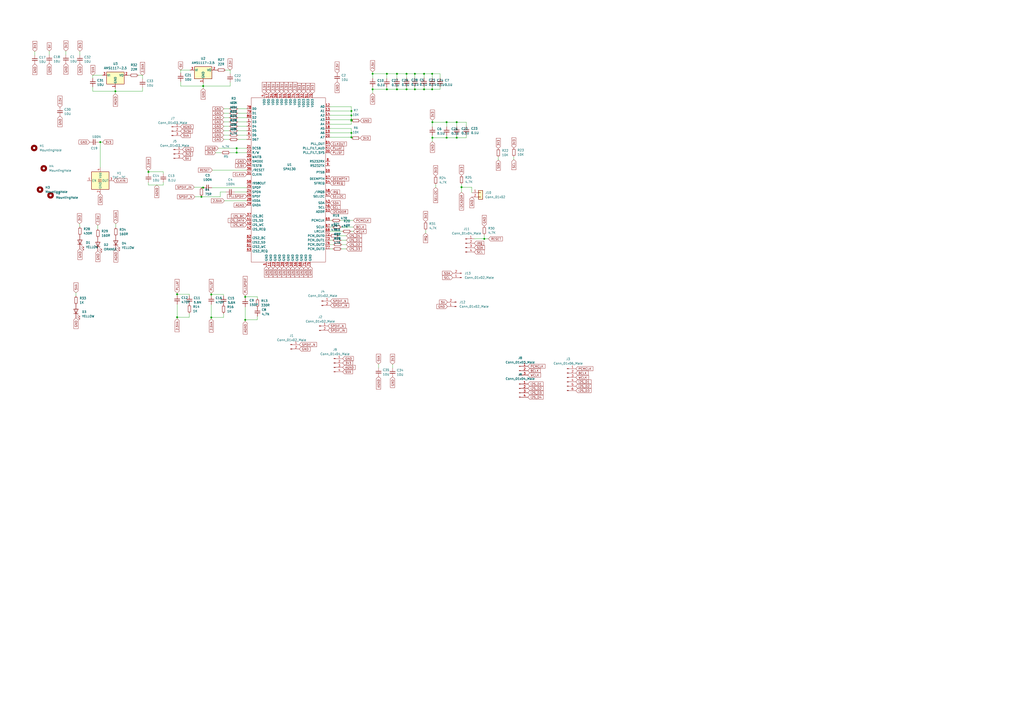
<source format=kicad_sch>
(kicad_sch (version 20230121) (generator eeschema)
  (paper "A2")
  (junction (at 116.84 114.173))
  (junction (at 137.287 88.519))
  (junction (at 259.08 70.866))
  (junction (at 245.999 51.816))
  (junction (at 235.839 42.799))
  (junction (at 250.698 42.799))
  (junction (at 142.24 185.547))
  (junction (at 122.555 170.815))
  (junction (at 267.716 108.585))
  (junction (at 240.665 42.799))
  (junction (at 245.999 42.799))
  (junction (at 216.154 42.799))
  (junction (at 250.825 70.866))
  (junction (at 86.106 99.695))
  (junction (at 203.835 77.089))
  (junction (at 102.743 170.688))
  (junction (at 224.409 51.816))
  (junction (at 250.825 79.883))
  (junction (at 122.555 184.15))
  (junction (at 259.08 79.883))
  (junction (at 216.154 51.816))
  (junction (at 66.929 52.959))
  (junction (at 203.835 79.629))
  (junction (at 230.251 42.799))
  (junction (at 58.166 82.423))
  (junction (at 235.839 51.816))
  (junction (at 137.287 85.979))
  (junction (at 264.922 70.866))
  (junction (at 203.835 64.389))
  (junction (at 280.924 138.557))
  (junction (at 102.743 184.023))
  (junction (at 264.922 79.883))
  (junction (at 240.665 51.816))
  (junction (at 117.856 49.911))
  (junction (at 203.835 69.469))
  (junction (at 203.835 66.929))
  (junction (at 117.856 108.839))
  (junction (at 203.835 69.977))
  (junction (at 224.409 42.799))
  (junction (at 142.24 172.212))
  (junction (at 230.251 51.816))
  (junction (at 250.698 51.816))
  (wire (pts (xy 298.069 90.932) (xy 298.069 92.583)))
  (wire (pts (xy 245.999 51.816) (xy 250.698 51.816)))
  (wire (pts (xy 142.24 185.547) (xy 142.24 186.436)))
  (wire (pts (xy 122.555 170.815) (xy 122.555 171.577)))
  (wire (pts (xy 20.193 32.004) (xy 20.193 29.845)))
  (wire (pts (xy 74.549 43.688) (xy 75.184 43.688)))
  (wire (pts (xy 216.154 42.799) (xy 216.154 45.466)))
  (wire (pts (xy 203.835 79.629) (xy 203.835 80.137)))
  (wire (pts (xy 109.855 171.577) (xy 109.855 170.688)))
  (wire (pts (xy 245.999 50.292) (xy 245.999 51.816)))
  (wire (pts (xy 117.856 51.308) (xy 117.856 49.911)))
  (wire (pts (xy 250.698 45.339) (xy 250.698 42.799)))
  (wire (pts (xy 227.711 213.487) (xy 227.711 211.328)))
  (wire (pts (xy 259.08 78.613) (xy 259.08 79.883)))
  (wire (pts (xy 94.742 99.695) (xy 86.106 99.695)))
  (wire (pts (xy 270.51 70.866) (xy 264.922 70.866)))
  (wire (pts (xy 46.101 129.794) (xy 46.355 131.572)))
  (wire (pts (xy 149.352 183.515) (xy 149.225 185.547)))
  (wire (pts (xy 270.51 79.883) (xy 264.922 79.883)))
  (wire (pts (xy 191.389 66.929) (xy 203.835 66.929)))
  (wire (pts (xy 82.677 50.8) (xy 82.677 52.959)))
  (wire (pts (xy 246.888 133.604) (xy 246.888 135.255)))
  (wire (pts (xy 122.555 176.657) (xy 122.555 184.15)))
  (wire (pts (xy 149.352 172.212) (xy 142.24 172.212)))
  (wire (pts (xy 94.742 100.711) (xy 94.742 99.695)))
  (wire (pts (xy 133.477 88.519) (xy 137.287 88.519)))
  (wire (pts (xy 94.742 105.791) (xy 94.742 107.315)))
  (wire (pts (xy 192.913 131.699) (xy 191.389 131.699)))
  (wire (pts (xy 203.835 61.849) (xy 191.389 61.849)))
  (wire (pts (xy 142.24 178.054) (xy 142.24 185.547)))
  (wire (pts (xy 289.052 91.186) (xy 289.052 92.837)))
  (wire (pts (xy 104.775 40.64) (xy 110.236 40.64)))
  (wire (pts (xy 58.166 82.423) (xy 57.15 82.423)))
  (wire (pts (xy 129.794 70.739) (xy 132.969 70.739)))
  (wire (pts (xy 102.743 170.688) (xy 102.743 171.45)))
  (wire (pts (xy 200.914 141.859) (xy 198.374 141.859)))
  (wire (pts (xy 191.389 79.629) (xy 203.835 79.629)))
  (wire (pts (xy 137.287 88.519) (xy 143.129 88.519)))
  (wire (pts (xy 224.409 51.816) (xy 216.154 51.816)))
  (wire (pts (xy 204.978 127.889) (xy 197.485 127.889)))
  (wire (pts (xy 149.352 173.228) (xy 149.352 172.212)))
  (wire (pts (xy 46.355 31.877) (xy 46.355 29.718)))
  (wire (pts (xy 192.913 139.319) (xy 191.389 139.319)))
  (wire (pts (xy 255.27 50.419) (xy 255.27 51.816)))
  (wire (pts (xy 122.936 108.839) (xy 143.129 108.839)))
  (wire (pts (xy 122.555 170.053) (xy 122.555 170.815)))
  (wire (pts (xy 129.794 65.659) (xy 132.969 65.659)))
  (wire (pts (xy 235.839 42.799) (xy 240.665 42.799)))
  (wire (pts (xy 130.175 116.459) (xy 143.129 116.459)))
  (wire (pts (xy 235.839 50.292) (xy 235.839 51.816)))
  (wire (pts (xy 66.929 54.356) (xy 66.929 52.959)))
  (wire (pts (xy 129.794 73.279) (xy 132.969 73.279)))
  (wire (pts (xy 137.287 85.979) (xy 143.129 85.979)))
  (wire (pts (xy 123.19 98.679) (xy 143.129 98.679)))
  (wire (pts (xy 129.794 78.359) (xy 132.969 78.359)))
  (wire (pts (xy 191.389 74.549) (xy 203.835 74.549)))
  (wire (pts (xy 200.914 139.319) (xy 197.993 139.319)))
  (wire (pts (xy 53.848 43.688) (xy 59.309 43.688)))
  (wire (pts (xy 104.775 47.371) (xy 104.775 49.911)))
  (wire (pts (xy 86.106 99.695) (xy 86.106 100.711)))
  (wire (pts (xy 138.049 70.739) (xy 143.129 70.739)))
  (wire (pts (xy 129.794 68.199) (xy 132.969 68.199)))
  (wire (pts (xy 122.555 184.15) (xy 129.667 184.15)))
  (wire (pts (xy 250.825 70.866) (xy 250.825 73.533)))
  (wire (pts (xy 138.049 80.899) (xy 143.129 80.899)))
  (wire (pts (xy 129.794 75.819) (xy 132.969 75.819)))
  (wire (pts (xy 273.685 108.585) (xy 267.716 108.585)))
  (wire (pts (xy 82.677 43.688) (xy 82.677 45.72)))
  (wire (pts (xy 28.575 31.75) (xy 28.575 29.591)))
  (wire (pts (xy 240.665 50.292) (xy 240.665 51.816)))
  (wire (pts (xy 129.667 170.815) (xy 122.555 170.815)))
  (wire (pts (xy 129.667 181.864) (xy 129.667 184.15)))
  (wire (pts (xy 53.848 45.339) (xy 53.848 43.688)))
  (wire (pts (xy 129.667 171.704) (xy 129.667 170.815)))
  (wire (pts (xy 59.563 82.423) (xy 58.166 82.423)))
  (wire (pts (xy 204.978 134.239) (xy 203.708 134.239)))
  (wire (pts (xy 122.555 184.15) (xy 122.555 185.039)))
  (wire (pts (xy 264.922 73.406) (xy 264.922 70.866)))
  (wire (pts (xy 86.106 98.933) (xy 86.106 99.695)))
  (wire (pts (xy 250.825 70.866) (xy 259.08 70.866)))
  (wire (pts (xy 200.914 144.399) (xy 198.12 144.399)))
  (wire (pts (xy 129.794 63.119) (xy 132.969 63.119)))
  (wire (pts (xy 240.665 42.799) (xy 245.999 42.799)))
  (wire (pts (xy 203.835 69.469) (xy 203.835 69.977)))
  (wire (pts (xy 38.227 31.75) (xy 38.227 29.591)))
  (wire (pts (xy 203.835 61.849) (xy 203.835 64.389)))
  (wire (pts (xy 193.294 141.859) (xy 191.389 141.859)))
  (wire (pts (xy 56.769 130.683) (xy 56.769 132.842)))
  (wire (pts (xy 267.716 106.807) (xy 267.716 108.585)))
  (wire (pts (xy 264.922 79.883) (xy 259.08 79.883)))
  (wire (pts (xy 191.389 77.089) (xy 203.835 77.089)))
  (wire (pts (xy 267.716 108.585) (xy 267.716 111.506)))
  (wire (pts (xy 259.08 73.533) (xy 259.08 70.866)))
  (wire (pts (xy 142.24 185.547) (xy 149.225 185.547)))
  (wire (pts (xy 259.08 79.883) (xy 250.825 79.883)))
  (wire (pts (xy 203.835 74.549) (xy 203.835 77.089)))
  (wire (pts (xy 203.835 77.089) (xy 203.835 79.629)))
  (wire (pts (xy 86.106 105.791) (xy 86.106 107.315)))
  (wire (pts (xy 203.835 66.929) (xy 203.835 69.469)))
  (wire (pts (xy 109.855 181.737) (xy 109.855 184.023)))
  (wire (pts (xy 133.477 40.64) (xy 133.477 42.672)))
  (wire (pts (xy 191.389 64.389) (xy 203.835 64.389)))
  (wire (pts (xy 125.095 88.519) (xy 128.397 88.519)))
  (wire (pts (xy 133.477 47.752) (xy 133.477 49.911)))
  (wire (pts (xy 117.856 49.911) (xy 117.856 48.26)))
  (wire (pts (xy 273.685 111.76) (xy 273.685 108.585)))
  (wire (pts (xy 116.84 108.839) (xy 117.856 108.839)))
  (wire (pts (xy 142.24 171.45) (xy 142.24 172.212)))
  (wire (pts (xy 142.24 172.212) (xy 142.24 172.974)))
  (wire (pts (xy 280.924 136.271) (xy 280.924 138.557)))
  (wire (pts (xy 200.914 136.779) (xy 196.469 136.779)))
  (wire (pts (xy 127.762 111.379) (xy 127.762 114.173)))
  (wire (pts (xy 270.51 73.279) (xy 270.51 70.866)))
  (wire (pts (xy 240.665 45.212) (xy 240.665 42.799)))
  (wire (pts (xy 102.743 184.023) (xy 102.743 184.912)))
  (wire (pts (xy 53.848 52.959) (xy 66.929 52.959)))
  (wire (pts (xy 275.082 138.557) (xy 280.924 138.557)))
  (wire (pts (xy 66.929 52.959) (xy 66.929 51.308)))
  (wire (pts (xy 138.049 78.359) (xy 143.129 78.359)))
  (wire (pts (xy 280.924 138.557) (xy 283.337 138.557)))
  (wire (pts (xy 149.352 178.435) (xy 149.352 178.308)))
  (wire (pts (xy 252.73 107.061) (xy 252.73 108.712)))
  (wire (pts (xy 104.775 42.291) (xy 104.775 40.64)))
  (wire (pts (xy 235.839 51.816) (xy 240.665 51.816)))
  (wire (pts (xy 86.106 107.315) (xy 94.742 107.315)))
  (wire (pts (xy 235.839 42.799) (xy 230.251 42.799)))
  (wire (pts (xy 53.848 50.419) (xy 53.848 52.959)))
  (wire (pts (xy 216.154 51.816) (xy 216.154 50.546)))
  (wire (pts (xy 102.743 184.023) (xy 109.855 184.023)))
  (wire (pts (xy 109.855 170.688) (xy 102.743 170.688)))
  (wire (pts (xy 245.999 45.212) (xy 245.999 42.799)))
  (wire (pts (xy 129.794 80.899) (xy 132.969 80.899)))
  (wire (pts (xy 44.069 169.799) (xy 44.069 171.704)))
  (wire (pts (xy 138.049 75.819) (xy 143.129 75.819)))
  (wire (pts (xy 250.698 51.816) (xy 255.27 51.816)))
  (wire (pts (xy 116.84 114.173) (xy 127.762 114.173)))
  (wire (pts (xy 82.677 52.959) (xy 66.929 52.959)))
  (wire (pts (xy 192.405 127.889) (xy 191.389 127.889)))
  (wire (pts (xy 224.409 42.799) (xy 230.251 42.799)))
  (wire (pts (xy 138.049 68.199) (xy 143.129 68.199)))
  (wire (pts (xy 67.183 129.794) (xy 67.183 131.953)))
  (wire (pts (xy 216.154 41.656) (xy 216.154 42.799)))
  (wire (pts (xy 250.825 79.883) (xy 250.825 78.613)))
  (wire (pts (xy 250.825 82.169) (xy 250.825 79.883)))
  (wire (pts (xy 102.743 169.926) (xy 102.743 170.688)))
  (wire (pts (xy 138.049 63.119) (xy 143.129 63.119)))
  (wire (pts (xy 136.144 111.379) (xy 143.129 111.379)))
  (wire (pts (xy 250.698 42.799) (xy 245.999 42.799)))
  (wire (pts (xy 230.251 51.816) (xy 224.409 51.816)))
  (wire (pts (xy 80.264 43.688) (xy 82.677 43.688)))
  (wire (pts (xy 230.251 50.419) (xy 230.251 51.816)))
  (wire (pts (xy 193.04 144.399) (xy 191.389 144.399)))
  (wire (pts (xy 191.389 69.469) (xy 203.835 69.469)))
  (wire (pts (xy 138.049 65.659) (xy 143.129 65.659)))
  (wire (pts (xy 235.839 45.212) (xy 235.839 42.799)))
  (wire (pts (xy 58.166 82.423) (xy 58.166 97.155)))
  (wire (pts (xy 198.628 134.239) (xy 191.389 134.239)))
  (wire (pts (xy 255.27 45.339) (xy 255.27 42.799)))
  (wire (pts (xy 250.825 69.723) (xy 250.825 70.866)))
  (wire (pts (xy 255.27 42.799) (xy 250.698 42.799)))
  (wire (pts (xy 240.665 51.816) (xy 245.999 51.816)))
  (wire (pts (xy 264.922 78.486) (xy 264.922 79.883)))
  (wire (pts (xy 203.835 64.389) (xy 203.835 66.929)))
  (wire (pts (xy 203.835 72.009) (xy 191.389 72.009)))
  (wire (pts (xy 203.835 69.977) (xy 203.835 72.009)))
  (wire (pts (xy 125.476 40.64) (xy 125.73 40.64)))
  (wire (pts (xy 133.477 49.911) (xy 117.856 49.911)))
  (wire (pts (xy 204.978 131.699) (xy 197.993 131.699)))
  (wire (pts (xy 259.08 70.866) (xy 264.922 70.866)))
  (wire (pts (xy 127.762 111.379) (xy 131.064 111.379)))
  (wire (pts (xy 104.775 49.911) (xy 117.856 49.911)))
  (wire (pts (xy 235.839 51.816) (xy 230.251 51.816)))
  (wire (pts (xy 117.856 108.839) (xy 117.856 108.585)))
  (wire (pts (xy 116.84 114.173) (xy 113.03 114.173)))
  (wire (pts (xy 224.409 45.466) (xy 224.409 42.799)))
  (wire (pts (xy 138.049 73.279) (xy 143.129 73.279)))
  (wire (pts (xy 130.81 40.64) (xy 133.477 40.64)))
  (wire (pts (xy 250.698 50.419) (xy 250.698 51.816)))
  (wire (pts (xy 102.743 176.53) (xy 102.743 184.023)))
  (wire (pts (xy 137.287 85.979) (xy 137.287 88.519)))
  (wire (pts (xy 216.154 42.799) (xy 224.409 42.799)))
  (wire (pts (xy 270.51 78.359) (xy 270.51 79.883)))
  (wire (pts (xy 230.251 45.339) (xy 230.251 42.799)))
  (wire (pts (xy 126.619 85.979) (xy 137.287 85.979)))
  (wire (pts (xy 112.649 108.585) (xy 117.856 108.585)))
  (wire (pts (xy 116.84 113.919) (xy 116.84 114.173)))
  (wire (pts (xy 224.409 50.546) (xy 224.409 51.816)))
  (wire (pts (xy 219.583 213.36) (xy 219.583 211.201)))
  (wire (pts (xy 216.154 54.102) (xy 216.154 51.816)))
  (global_label "GND" (shape input) (at 44.069 184.404 270) (property "Intersheetrefs" "${INTERSHEET_REFS}" (effects hide)))
  (global_label "2.5VA" (shape input) (at 82.677 43.688 90) (property "Intersheetrefs" "${INTERSHEET_REFS}" (effects hide)))
  (global_label "2.5V" (shape input) (at 56.769 130.683 90) (property "Intersheetrefs" "${INTERSHEET_REFS}" (effects hide)))
  (global_label "2.5V" (shape input) (at 160.909 54.229 90) (property "Intersheetrefs" "${INTERSHEET_REFS}" (effects hide)))
  (global_label "SCL" (shape input) (at 262.636 161.036 180) (property "Intersheetrefs" "${INTERSHEET_REFS}" (effects hide)))
  (global_label "PLLAF" (shape input) (at 102.743 169.926 90) (property "Intersheetrefs" "${INTERSHEET_REFS}" (effects hide)))
  (global_label "GND" (shape input) (at 46.355 144.272 270) (property "Intersheetrefs" "${INTERSHEET_REFS}" (effects hide)))
  (global_label "5V" (shape input) (at 259.588 175.26 180) (property "Intersheetrefs" "${INTERSHEET_REFS}" (effects hide)))
  (global_label "I2S_D3" (shape input) (at 200.914 144.399 0) (property "Intersheetrefs" "${INTERSHEET_REFS}" (effects hide)))
  (global_label "2.5V" (shape input) (at 216.154 41.656 90) (property "Intersheetrefs" "${INTERSHEET_REFS}" (effects hide)))
  (global_label "GND" (shape input) (at 167.259 154.559 270) (property "Intersheetrefs" "${INTERSHEET_REFS}" (effects hide)))
  (global_label "SDA" (shape input) (at 289.052 92.837 270) (property "Intersheetrefs" "${INTERSHEET_REFS}" (effects hide)))
  (global_label "GND" (shape input) (at 58.166 112.395 270) (property "Intersheetrefs" "${INTERSHEET_REFS}" (effects hide)))
  (global_label "GND" (shape input) (at 129.794 70.739 180) (property "Intersheetrefs" "${INTERSHEET_REFS}" (effects hide)))
  (global_label "2.5V" (shape input) (at 165.989 54.229 90) (property "Intersheetrefs" "${INTERSHEET_REFS}" (effects hide)))
  (global_label "3V3" (shape input) (at 181.229 54.229 90) (property "Intersheetrefs" "${INTERSHEET_REFS}" (effects hide)))
  (global_label "3V3" (shape input) (at 250.825 69.723 90) (property "Intersheetrefs" "${INTERSHEET_REFS}" (effects hide)))
  (global_label "GND" (shape input) (at 129.794 80.899 180) (property "Intersheetrefs" "${INTERSHEET_REFS}" (effects hide)))
  (global_label "3V3" (shape input) (at 208.915 80.137 0) (property "Intersheetrefs" "${INTERSHEET_REFS}" (effects hide)))
  (global_label "GND" (shape input) (at 143.129 93.599 180) (property "Intersheetrefs" "${INTERSHEET_REFS}" (effects hide)))
  (global_label "AGND" (shape input) (at 90.932 107.315 270) (property "Intersheetrefs" "${INTERSHEET_REFS}" (effects hide)))
  (global_label "SELI2C" (shape input) (at 191.389 113.919 0) (property "Intersheetrefs" "${INTERSHEET_REFS}" (effects hide)))
  (global_label "AGND" (shape input) (at 104.648 73.533 0) (property "Intersheetrefs" "${INTERSHEET_REFS}" (effects hide)))
  (global_label "3V3" (shape input) (at 176.149 54.229 90) (property "Intersheetrefs" "${INTERSHEET_REFS}" (effects hide)))
  (global_label "I2S_D2" (shape input) (at 200.914 141.859 0) (property "Intersheetrefs" "${INTERSHEET_REFS}" (effects hide)))
  (global_label "I2S_D4" (shape input) (at 200.914 136.779 0) (property "Intersheetrefs" "${INTERSHEET_REFS}" (effects hide)))
  (global_label "AGND" (shape input) (at 143.129 118.999 180) (property "Intersheetrefs" "${INTERSHEET_REFS}" (effects hide)))
  (global_label "CLKIN" (shape input) (at 65.786 104.775 0) (property "Intersheetrefs" "${INTERSHEET_REFS}" (effects hide)))
  (global_label "5V" (shape input) (at 105.791 91.821 0) (property "Intersheetrefs" "${INTERSHEET_REFS}" (effects hide)))
  (global_label "3V3" (shape input) (at 298.069 85.852 90) (property "Intersheetrefs" "${INTERSHEET_REFS}" (effects hide)))
  (global_label "GND" (shape input) (at 129.794 68.199 180) (property "Intersheetrefs" "${INTERSHEET_REFS}" (effects hide)))
  (global_label "I2CADDR" (shape input) (at 267.716 111.506 270) (property "Intersheetrefs" "${INTERSHEET_REFS}" (effects hide)))
  (global_label "SPDIF_N" (shape input) (at 113.03 114.173 180) (property "Intersheetrefs" "${INTERSHEET_REFS}" (effects hide)))
  (global_label "3V3" (shape input) (at 198.755 210.566 0) (property "Intersheetrefs" "${INTERSHEET_REFS}" (effects hide)))
  (global_label "CLKIN" (shape input) (at 143.129 101.219 180) (property "Intersheetrefs" "${INTERSHEET_REFS}" (effects hide)))
  (global_label "SELI2C" (shape input) (at 252.73 108.712 270) (property "Intersheetrefs" "${INTERSHEET_REFS}" (effects hide)))
  (global_label "GND" (shape input) (at 162.179 154.559 270) (property "Intersheetrefs" "${INTERSHEET_REFS}" (effects hide)))
  (global_label "3V3" (shape input) (at 38.227 29.591 90) (property "Intersheetrefs" "${INTERSHEET_REFS}" (effects hide)))
  (global_label "I2S_D2" (shape input) (at 306.197 225.298 0) (property "Intersheetrefs" "${INTERSHEET_REFS}" (effects hide)))
  (global_label "2.5V" (shape input) (at 143.129 96.139 180) (property "Intersheetrefs" "${INTERSHEET_REFS}" (effects hide)))
  (global_label "5VA" (shape input) (at 44.069 169.799 90) (property "Intersheetrefs" "${INTERSHEET_REFS}" (effects hide)))
  (global_label "WCLK" (shape input) (at 204.978 134.239 0) (property "Intersheetrefs" "${INTERSHEET_REFS}" (effects hide)))
  (global_label "GND" (shape input) (at 157.099 154.559 270) (property "Intersheetrefs" "${INTERSHEET_REFS}" (effects hide)))
  (global_label "2.5V" (shape input) (at 163.449 54.229 90) (property "Intersheetrefs" "${INTERSHEET_REFS}" (effects hide)))
  (global_label "GND" (shape input) (at 154.559 154.559 270) (property "Intersheetrefs" "${INTERSHEET_REFS}" (effects hide)))
  (global_label "I2S_D1" (shape input) (at 306.197 222.758 0) (property "Intersheetrefs" "${INTERSHEET_REFS}" (effects hide)))
  (global_label "CLKOUT" (shape input) (at 191.389 83.439 0) (property "Intersheetrefs" "${INTERSHEET_REFS}" (effects hide)))
  (global_label "SCL" (shape input) (at 275.082 146.177 0) (property "Intersheetrefs" "${INTERSHEET_REFS}" (effects hide)))
  (global_label "GND" (shape input) (at 280.924 131.191 90) (property "Intersheetrefs" "${INTERSHEET_REFS}" (effects hide)))
  (global_label "GND" (shape input) (at 273.685 114.3 270) (property "Intersheetrefs" "${INTERSHEET_REFS}" (effects hide)))
  (global_label "2.5V" (shape input) (at 158.369 54.229 90) (property "Intersheetrefs" "${INTERSHEET_REFS}" (effects hide)))
  (global_label "3V3" (shape input) (at 227.711 211.328 90) (property "Intersheetrefs" "${INTERSHEET_REFS}" (effects hide)))
  (global_label "SCL" (shape input) (at 191.389 120.269 0) (property "Intersheetrefs" "${INTERSHEET_REFS}" (effects hide)))
  (global_label "GND" (shape input) (at 198.755 208.026 0) (property "Intersheetrefs" "${INTERSHEET_REFS}" (effects hide)))
  (global_label "2.5V" (shape input) (at 153.289 54.229 90) (property "Intersheetrefs" "${INTERSHEET_REFS}" (effects hide)))
  (global_label "SDA" (shape input) (at 275.082 143.637 0) (property "Intersheetrefs" "${INTERSHEET_REFS}" (effects hide)))
  (global_label "I2S_D1" (shape input) (at 334.01 221.488 0) (property "Intersheetrefs" "${INTERSHEET_REFS}" (effects hide)))
  (global_label "5VA" (shape input) (at 104.648 78.613 0) (property "Intersheetrefs" "${INTERSHEET_REFS}" (effects hide)))
  (global_label "PLLSPDIF" (shape input) (at 143.129 113.919 180) (property "Intersheetrefs" "${INTERSHEET_REFS}" (effects hide)))
  (global_label "AGND" (shape input) (at 219.583 218.44 270) (property "Intersheetrefs" "${INTERSHEET_REFS}" (effects hide)))
  (global_label "DEEMPTH" (shape input) (at 191.389 103.759 0) (property "Intersheetrefs" "${INTERSHEET_REFS}" (effects hide)))
  (global_label "GND" (shape input) (at 195.58 47.498 270) (property "Intersheetrefs" "${INTERSHEET_REFS}" (effects hide)))
  (global_label "GND" (shape input) (at 174.879 154.559 270) (property "Intersheetrefs" "${INTERSHEET_REFS}" (effects hide)))
  (global_label "PCMCLK" (shape input) (at 306.197 212.471 0) (property "Intersheetrefs" "${INTERSHEET_REFS}" (effects hide)))
  (global_label "GND" (shape input) (at 173.609 202.438 0) (property "Intersheetrefs" "${INTERSHEET_REFS}" (effects hide)))
  (global_label "2.5VA" (shape input) (at 86.106 98.933 90) (property "Intersheetrefs" "${INTERSHEET_REFS}" (effects hide)))
  (global_label "GND" (shape input) (at 129.794 73.279 180) (property "Intersheetrefs" "${INTERSHEET_REFS}" (effects hide)))
  (global_label "2.5V" (shape input) (at 171.069 54.229 90) (property "Intersheetrefs" "${INTERSHEET_REFS}" (effects hide)))
  (global_label "5VA" (shape input) (at 53.848 43.688 90) (property "Intersheetrefs" "${INTERSHEET_REFS}" (effects hide)))
  (global_label "GND" (shape input) (at 28.575 36.83 270) (property "Intersheetrefs" "${INTERSHEET_REFS}" (effects hide)))
  (global_label "3V3" (shape input) (at 289.052 86.106 90) (property "Intersheetrefs" "${INTERSHEET_REFS}" (effects hide)))
  (global_label "2.5VA" (shape input) (at 67.183 129.794 90) (property "Intersheetrefs" "${INTERSHEET_REFS}" (effects hide)))
  (global_label "AGND" (shape input) (at 198.755 213.106 0) (property "Intersheetrefs" "${INTERSHEET_REFS}" (effects hide)))
  (global_label "5V" (shape input) (at 28.575 29.591 90) (property "Intersheetrefs" "${INTERSHEET_REFS}" (effects hide)))
  (global_label "PLLAF" (shape input) (at 191.389 85.979 0) (property "Intersheetrefs" "${INTERSHEET_REFS}" (effects hide)))
  (global_label "2.5V" (shape input) (at 34.798 62.23 90) (property "Intersheetrefs" "${INTERSHEET_REFS}" (effects hide)))
  (global_label "GND" (shape input) (at 227.711 218.567 270) (property "Intersheetrefs" "${INTERSHEET_REFS}" (effects hide)))
  (global_label "GND" (shape input) (at 34.798 67.31 270) (property "Intersheetrefs" "${INTERSHEET_REFS}" (effects hide)))
  (global_label "I2S_DATA" (shape input) (at 143.129 127.889 180) (property "Intersheetrefs" "${INTERSHEET_REFS}" (effects hide)))
  (global_label "GND" (shape input) (at 216.154 54.102 270) (property "Intersheetrefs" "${INTERSHEET_REFS}" (effects hide)))
  (global_label "I2S_D3" (shape input) (at 334.01 226.568 0) (property "Intersheetrefs" "${INTERSHEET_REFS}" (effects hide)))
  (global_label "AGND" (shape input) (at 142.24 186.436 270) (property "Intersheetrefs" "${INTERSHEET_REFS}" (effects hide)))
  (global_label "AGND" (shape input) (at 66.929 54.356 270) (property "Intersheetrefs" "${INTERSHEET_REFS}" (effects hide)))
  (global_label "GND" (shape input) (at 56.769 145.542 270) (property "Intersheetrefs" "${INTERSHEET_REFS}" (effects hide)))
  (global_label "5VA" (shape input) (at 198.755 215.646 0) (property "Intersheetrefs" "${INTERSHEET_REFS}" (effects hide)))
  (global_label "PCMCLK" (shape input) (at 204.978 127.889 0) (property "Intersheetrefs" "${INTERSHEET_REFS}" (effects hide)))
  (global_label "GND" (shape input) (at 259.588 177.8 180) (property "Intersheetrefs" "${INTERSHEET_REFS}" (effects hide)))
  (global_label "GND" (shape input) (at 129.794 63.119 180) (property "Intersheetrefs" "${INTERSHEET_REFS}" (effects hide)))
  (global_label "SDA" (shape input) (at 191.389 117.729 0) (property "Intersheetrefs" "${INTERSHEET_REFS}" (effects hide)))
  (global_label "IRQ" (shape input) (at 275.082 141.097 0) (property "Intersheetrefs" "${INTERSHEET_REFS}" (effects hide)))
  (global_label "I2S_BC" (shape input) (at 143.129 125.349 180) (property "Intersheetrefs" "${INTERSHEET_REFS}" (effects hide)))
  (global_label "3V3" (shape input) (at 105.791 89.281 0) (property "Intersheetrefs" "${INTERSHEET_REFS}" (effects hide)))
  (global_label "3V3" (shape input) (at 59.563 82.423 0) (property "Intersheetrefs" "${INTERSHEET_REFS}" (effects hide)))
  (global_label "I2S_D3" (shape input) (at 306.197 227.838 0) (property "Intersheetrefs" "${INTERSHEET_REFS}" (effects hide)))
  (global_label "PLLSF" (shape input) (at 122.555 170.053 90) (property "Intersheetrefs" "${INTERSHEET_REFS}" (effects hide)))
  (global_label "SPDIF_N" (shape input) (at 191.643 174.625 0) (property "Intersheetrefs" "${INTERSHEET_REFS}" (effects hide)))
  (global_label "3V3" (shape input) (at 178.689 54.229 90) (property "Intersheetrefs" "${INTERSHEET_REFS}" (effects hide)))
  (global_label "SPDIF_N" (shape input) (at 190.246 189.103 0) (property "Intersheetrefs" "${INTERSHEET_REFS}" (effects hide)))
  (global_label "BCLK" (shape input) (at 204.978 131.699 0) (property "Intersheetrefs" "${INTERSHEET_REFS}" (effects hide)))
  (global_label "GND" (shape input) (at 177.419 154.559 270) (property "Intersheetrefs" "${INTERSHEET_REFS}" (effects hide)))
  (global_label "DCSB" (shape input) (at 126.619 85.979 180) (property "Intersheetrefs" "${INTERSHEET_REFS}" (effects hide)))
  (global_label "2.5V" (shape input) (at 133.477 40.64 90) (property "Intersheetrefs" "${INTERSHEET_REFS}" (effects hide)))
  (global_label "IRQ" (shape input) (at 246.888 135.255 270) (property "Intersheetrefs" "${INTERSHEET_REFS}" (effects hide)))
  (global_label "GND" (shape input) (at 172.339 154.559 270) (property "Intersheetrefs" "${INTERSHEET_REFS}" (effects hide)))
  (global_label "GND" (shape input) (at 46.355 36.957 270) (property "Intersheetrefs" "${INTERSHEET_REFS}" (effects hide)))
  (global_label "3V3" (shape input) (at 252.73 101.981 90) (property "Intersheetrefs" "${INTERSHEET_REFS}" (effects hide)))
  (global_label "I2CADDR" (shape input) (at 191.389 122.809 0) (property "Intersheetrefs" "${INTERSHEET_REFS}" (effects hide)))
  (global_label "GND" (shape input) (at 129.794 65.659 180) (property "Intersheetrefs" "${INTERSHEET_REFS}" (effects hide)))
  (global_label "AGND" (shape input) (at 67.183 144.653 270) (property "Intersheetrefs" "${INTERSHEET_REFS}" (effects hide)))
  (global_label "GND" (shape input) (at 20.193 37.084 270) (property "Intersheetrefs" "${INTERSHEET_REFS}" (effects hide)))
  (global_label "SDA" (shape input) (at 262.636 158.496 180) (property "Intersheetrefs" "${INTERSHEET_REFS}" (effects hide)))
  (global_label "BCLK" (shape input) (at 306.197 215.011 0) (property "Intersheetrefs" "${INTERSHEET_REFS}" (effects hide)))
  (global_label "GND" (shape input) (at 117.856 51.308 270) (property "Intersheetrefs" "${INTERSHEET_REFS}" (effects hide)))
  (global_label "2.5VA" (shape input) (at 130.175 116.459 180) (property "Intersheetrefs" "${INTERSHEET_REFS}" (effects hide)))
  (global_label "GND" (shape input) (at 169.799 154.559 270) (property "Intersheetrefs" "${INTERSHEET_REFS}" (effects hide)))
  (global_label "IRQ" (shape input) (at 191.389 111.379 0) (property "Intersheetrefs" "${INTERSHEET_REFS}" (effects hide)))
  (global_label "SPDIF_IN" (shape input) (at 191.643 177.165 0) (property "Intersheetrefs" "${INTERSHEET_REFS}" (effects hide)))
  (global_label "I2S_D2" (shape input) (at 334.01 224.028 0) (property "Intersheetrefs" "${INTERSHEET_REFS}" (effects hide)))
  (global_label "GND" (shape input) (at 129.794 78.359 180) (property "Intersheetrefs" "${INTERSHEET_REFS}" (effects hide)))
  (global_label "3V3" (shape input) (at 46.101 129.794 90) (property "Intersheetrefs" "${INTERSHEET_REFS}" (effects hide)))
  (global_label "3V3" (shape input) (at 246.888 128.524 90) (property "Intersheetrefs" "${INTERSHEET_REFS}" (effects hide)))
  (global_label "I2S_D1" (shape input) (at 200.914 139.319 0) (property "Intersheetrefs" "${INTERSHEET_REFS}" (effects hide)))
  (global_label "GND" (shape input) (at 38.227 36.83 270) (property "Intersheetrefs" "${INTERSHEET_REFS}" (effects hide)))
  (global_label "GND" (shape input) (at 159.639 154.559 270) (property "Intersheetrefs" "${INTERSHEET_REFS}" (effects hide)))
  (global_label "2.5V" (shape input) (at 168.529 54.229 90) (property "Intersheetrefs" "${INTERSHEET_REFS}" (effects hide)))
  (global_label "RESET" (shape input) (at 283.337 138.557 0) (property "Intersheetrefs" "${INTERSHEET_REFS}" (effects hide)))
  (global_label "3V3" (shape input) (at 20.193 29.845 90) (property "Intersheetrefs" "${INTERSHEET_REFS}" (effects hide)))
  (global_label "GND" (shape input) (at 129.794 75.819 180) (property "Intersheetrefs" "${INTERSHEET_REFS}" (effects hide)))
  (global_label "2.5VA" (shape input) (at 102.743 184.912 270) (property "Intersheetrefs" "${INTERSHEET_REFS}" (effects hide)))
  (global_label "GND" (shape input) (at 179.959 154.559 270) (property "Intersheetrefs" "${INTERSHEET_REFS}" (effects hide)))
  (global_label "I2S_WC" (shape input) (at 143.129 130.429 180) (property "Intersheetrefs" "${INTERSHEET_REFS}" (effects hide)))
  (global_label "GND" (shape input) (at 208.915 69.977 0) (property "Intersheetrefs" "${INTERSHEET_REFS}" (effects hide)))
  (global_label "3V3" (shape input) (at 173.609 54.229 90) (property "Intersheetrefs" "${INTERSHEET_REFS}" (effects hide)))
  (global_label "2.5V" (shape input) (at 195.58 42.418 90) (property "Intersheetrefs" "${INTERSHEET_REFS}" (effects hide)))
  (global_label "2.5V" (shape input) (at 155.829 54.229 90) (property "Intersheetrefs" "${INTERSHEET_REFS}" (effects hide)))
  (global_label "GND" (shape input) (at 250.825 82.169 270) (property "Intersheetrefs" "${INTERSHEET_REFS}" (effects hide)))
  (global_label "I2S_D4" (shape input) (at 306.197 230.378 0) (property "Intersheetrefs" "${INTERSHEET_REFS}" (effects hide)))
  (global_label "PCMCLK" (shape input) (at 334.01 213.868 0) (property "Intersheetrefs" "${INTERSHEET_REFS}" (effects hide)))
  (global_label "SPDIF_IN" (shape input) (at 112.649 108.585 180) (property "Intersheetrefs" "${INTERSHEET_REFS}" (effects hide)))
  (global_label "PLLSPDIF" (shape input) (at 142.24 171.45 90) (property "Intersheetrefs" "${INTERSHEET_REFS}" (effects hide)))
  (global_label "GND" (shape input) (at 164.719 154.559 270) (property "Intersheetrefs" "${INTERSHEET_REFS}" (effects hide)))
  (global_label "WCLK" (shape input) (at 334.01 218.948 0) (property "Intersheetrefs" "${INTERSHEET_REFS}" (effects hide)))
  (global_label "PLLSF" (shape input) (at 191.389 88.519 0) (property "Intersheetrefs" "${INTERSHEET_REFS}" (effects hide)))
  (global_label "2.5VA" (shape input) (at 122.555 185.039 270) (property "Intersheetrefs" "${INTERSHEET_REFS}" (effects hide)))
  (global_label "3V3" (shape input) (at 46.355 29.718 90) (property "Intersheetrefs" "${INTERSHEET_REFS}" (effects hide)))
  (global_label "GND" (shape input) (at 52.07 82.423 180) (property "Intersheetrefs" "${INTERSHEET_REFS}" (effects hide)))
  (global_label "3V3" (shape input) (at 267.716 101.727 90) (property "Intersheetrefs" "${INTERSHEET_REFS}" (effects hide)))
  (global_label "BCLK" (shape input) (at 334.01 216.408 0) (property "Intersheetrefs" "${INTERSHEET_REFS}" (effects hide)))
  (global_label "3V3" (shape input) (at 125.095 88.519 180) (property "Intersheetrefs" "${INTERSHEET_REFS}" (effects hide)))
  (global_label "SFREQ" (shape input) (at 191.389 106.299 0) (property "Intersheetrefs" "${INTERSHEET_REFS}" (effects hide)))
  (global_label "SPDIF_N" (shape input) (at 173.609 199.898 0) (property "Intersheetrefs" "${INTERSHEET_REFS}" (effects hide)))
  (global_label "RESET" (shape input) (at 123.19 98.679 180) (property "Intersheetrefs" "${INTERSHEET_REFS}" (effects hide)))
  (global_label "5V" (shape input) (at 104.775 40.64 90) (property "Intersheetrefs" "${INTERSHEET_REFS}" (effects hide)))
  (global_label "SCL" (shape input) (at 298.069 92.583 270) (property "Intersheetrefs" "${INTERSHEET_REFS}" (effects hide)))
  (global_label "WCLK" (shape input) (at 306.197 217.551 0) (property "Intersheetrefs" "${INTERSHEET_REFS}" (effects hide)))
  (global_label "5VA" (shape input) (at 219.583 211.201 90) (property "Intersheetrefs" "${INTERSHEET_REFS}" (effects hide)))
  (global_label "GND" (shape input) (at 105.791 86.741 0) (property "Intersheetrefs" "${INTERSHEET_REFS}" (effects hide)))
  (global_label "3V3A" (shape input) (at 104.648 76.073 0) (property "Intersheetrefs" "${INTERSHEET_REFS}" (effects hide)))
  (global_label "SPDIF_IN" (shape input) (at 190.246 191.643 0) (property "Intersheetrefs" "${INTERSHEET_REFS}" (effects hide)))
  (symbol (lib_id "Device:C_Small") (at 133.477 45.212 0) (unit 1)
    (property "Reference" "C22" (at 135.89 43.9482 0) (effects (justify left)))
    (property "Value" "10U" (at 135.89 46.4882 0) (effects (justify left)))
    (property "Footprint" "Capacitor_SMD:C_1206_3216Metric_Pad1.33x1.80mm_HandSolder" (effects hide))
  )
  (symbol (lib_id "Device:C_Small") (at 216.154 48.006 0) (unit 1)
    (property "Reference" "C10" (at 218.821 46.7422 0) (effects (justify left)))
    (property "Value" "0.1U" (at 218.821 49.2822 0) (effects (justify left)))
    (property "Footprint" "Capacitor_SMD:C_0603_1608Metric_Pad1.08x0.95mm_HandSolder" (effects hide))
  )
  (symbol (lib_id "Device:C_Small") (at 34.798 64.77 0) (unit 1)
    (property "Reference" "C30" (at 37.211 63.5062 0) (effects (justify left)))
    (property "Value" "10U" (at 37.211 66.0462 0) (effects (justify left)))
    (property "Footprint" "Capacitor_SMD:C_1206_3216Metric_Pad1.33x1.80mm_HandSolder" (effects hide))
  )
  (symbol (lib_id "Connector:Conn_01x04_Male") (at 193.675 210.566 0) (unit 1)
    (property "Reference" "J9" (at 194.31 202.819 0))
    (property "Value" "Conn_01x04_Male" (at 194.31 205.359 0))
    (property "Footprint" "Connector_JST:JST_PH_B4B-PH-K_1x04_P2.00mm_Vertical" (effects hide))
  )
  (symbol (lib_id "Regulator_Linear:AMS1117-2.5") (at 117.856 40.64 0) (unit 1)
    (property "Reference" "U2" (at 117.856 33.909 0))
    (property "Value" "AMS1117-2.5" (at 117.856 36.449 0))
    (property "Footprint" "Package_TO_SOT_SMD:SOT-223" (effects hide))
    (property "Datasheet" "http://www.advanced-monolithic.com/pdf/ds1117.pdf" (effects hide))
  )
  (symbol (lib_id "Device:C_Small") (at 28.575 34.29 0) (unit 1)
    (property "Reference" "C18" (at 30.988 33.0262 0) (effects (justify left)))
    (property "Value" "10U" (at 30.988 35.5662 0) (effects (justify left)))
    (property "Footprint" "Capacitor_SMD:C_1206_3216Metric_Pad1.33x1.80mm_HandSolder" (effects hide))
  )
  (symbol (lib_id "Device:R_Small") (at 135.509 63.119 90) (unit 1)
    (property "Reference" "R3" (at 135.509 57.15 90))
    (property "Value" "4.7K" (at 135.509 59.69 90))
    (property "Footprint" "Resistor_SMD:R_0603_1608Metric_Pad0.98x0.95mm_HandSolder" (effects hide))
  )
  (symbol (lib_id "Connector:Conn_01x02_Male") (at 186.563 174.625 0) (unit 1)
    (property "Reference" "J4" (at 187.198 169.037 0))
    (property "Value" "Conn_01x02_Male" (at 187.198 171.577 0))
    (property "Footprint" "Connector_JST:JST_PH_B2B-PH-K_1x02_P2.00mm_Vertical" (effects hide))
  )
  (symbol (lib_id "Connector:Conn_01x02_Male") (at 185.166 189.103 0) (unit 1)
    (property "Reference" "J2" (at 185.801 183.896 0))
    (property "Value" "Conn_01x02_Male" (at 185.801 186.436 0))
    (property "Footprint" "Connector_PinHeader_2.54mm:PinHeader_1x02_P2.54mm_Vertical" (effects hide))
  )
  (symbol (lib_id "Device:R_Small") (at 195.834 141.859 90) (unit 1)
    (property "Reference" "R17" (at 195.834 135.89 90))
    (property "Value" "47R" (at 195.834 138.43 90))
    (property "Footprint" "Resistor_SMD:R_0805_2012Metric_Pad1.20x1.40mm_HandSolder" (effects hide))
  )
  (symbol (lib_id "Device:C_Small") (at 94.742 103.251 0) (unit 1)
    (property "Reference" "C13" (at 97.409 101.9872 0) (effects (justify left)))
    (property "Value" "0.1U" (at 97.409 104.5272 0) (effects (justify left)))
    (property "Footprint" "Capacitor_SMD:C_0603_1608Metric_Pad1.08x0.95mm_HandSolder" (effects hide))
  )
  (symbol (lib_id "Device:R_Small") (at 67.183 134.493 0) (unit 1)
    (property "Reference" "R34" (at 69.215 133.2229 0) (effects (justify left)))
    (property "Value" "160R" (at 69.215 135.7629 0) (effects (justify left)))
    (property "Footprint" "Resistor_SMD:R_0603_1608Metric_Pad0.98x0.95mm_HandSolder" (effects hide))
  )
  (symbol (lib_id "Device:C_Small") (at 255.27 47.879 0) (unit 1)
    (property "Reference" "C7" (at 257.937 46.6152 0) (effects (justify left)))
    (property "Value" "0.1U" (at 257.937 49.1552 0) (effects (justify left)))
    (property "Footprint" "Capacitor_SMD:C_0603_1608Metric_Pad1.08x0.95mm_HandSolder" (effects hide))
  )
  (symbol (lib_id "Device:C_Small") (at 264.922 75.946 0) (unit 1)
    (property "Reference" "C20" (at 267.589 74.6822 0) (effects (justify left)))
    (property "Value" "0.1U" (at 267.589 77.2222 0) (effects (justify left)))
    (property "Footprint" "Capacitor_SMD:C_0603_1608Metric_Pad1.08x0.95mm_HandSolder" (effects hide))
  )
  (symbol (lib_id "Connector_Generic:Conn_01x02") (at 278.765 111.76 0) (unit 1)
    (property "Reference" "J10" (at 281.432 111.7599 0) (effects (justify left)))
    (property "Value" "Conn_01x02" (at 281.432 114.2999 0) (effects (justify left)))
    (property "Footprint" "Connector_PinHeader_2.54mm:PinHeader_1x02_P2.54mm_Vertical" (effects hide))
  )
  (symbol (lib_id "Device:R_Small") (at 135.509 68.199 90) (unit 1)
    (property "Reference" "R1" (at 135.509 62.23 90))
    (property "Value" "4.7K" (at 135.509 64.77 90))
    (property "Footprint" "Resistor_SMD:R_0603_1608Metric_Pad0.98x0.95mm_HandSolder" (effects hide))
  )
  (symbol (lib_id "Device:R_Small") (at 267.716 104.267 0) (unit 1)
    (property "Reference" "R25" (at 269.748 102.9969 0) (effects (justify left)))
    (property "Value" "4.7K" (at 269.748 105.5369 0) (effects (justify left)))
    (property "Footprint" "Resistor_SMD:R_0603_1608Metric_Pad0.98x0.95mm_HandSolder" (effects hide))
  )
  (symbol (lib_id "Device:R_Small") (at 195.58 144.399 90) (unit 1)
    (property "Reference" "R15" (at 195.58 138.43 90))
    (property "Value" "47R" (at 195.58 140.97 90))
    (property "Footprint" "Resistor_SMD:R_0805_2012Metric_Pad1.20x1.40mm_HandSolder" (effects hide))
  )
  (symbol (lib_id "Device:R_Small") (at 44.069 174.244 0) (unit 1)
    (property "Reference" "R33" (at 46.101 172.9739 0) (effects (justify left)))
    (property "Value" "1K" (at 46.101 175.5139 0) (effects (justify left)))
    (property "Footprint" "Resistor_SMD:R_0603_1608Metric_Pad0.98x0.95mm_HandSolder" (effects hide))
  )
  (symbol (lib_id "Device:C_Small") (at 270.51 75.819 0) (unit 1)
    (property "Reference" "C23" (at 273.177 74.5552 0) (effects (justify left)))
    (property "Value" "0.1U" (at 273.177 77.0952 0) (effects (justify left)))
    (property "Footprint" "Capacitor_SMD:C_0603_1608Metric_Pad1.08x0.95mm_HandSolder" (effects hide))
  )
  (symbol (lib_id "Device:R_Small") (at 56.769 135.382 0) (unit 1)
    (property "Reference" "R29" (at 58.801 134.1119 0) (effects (justify left)))
    (property "Value" "160R" (at 58.801 136.6519 0) (effects (justify left)))
    (property "Footprint" "Resistor_SMD:R_0603_1608Metric_Pad0.98x0.95mm_HandSolder" (effects hide))
  )
  (symbol (lib_id "Device:C_Small") (at 46.355 34.417 0) (unit 1)
    (property "Reference" "C32" (at 48.768 33.1532 0) (effects (justify left)))
    (property "Value" "10U" (at 48.768 35.6932 0) (effects (justify left)))
    (property "Footprint" "Capacitor_SMD:C_1206_3216Metric_Pad1.33x1.80mm_HandSolder" (effects hide))
  )
  (symbol (lib_id "Device:LED") (at 44.069 180.594 90) (unit 1)
    (property "Reference" "D3" (at 47.498 180.9114 90) (effects (justify right)))
    (property "Value" "YELLOW" (at 47.498 183.4514 90) (effects (justify right)))
    (property "Footprint" "LED_SMD:LED_0805_2012Metric_Pad1.15x1.40mm_HandSolder" (effects hide))
  )
  (symbol (lib_id "Connector:Conn_01x03_Male") (at 100.711 89.281 0) (unit 1)
    (property "Reference" "J5" (at 101.346 81.915 0))
    (property "Value" "Conn_01x03_Male" (at 101.346 84.455 0))
    (property "Footprint" "Connector_JST:JST_PH_B3B-PH-K_1x03_P2.00mm_Vertical" (effects hide))
  )
  (symbol (lib_id "Connector:Conn_01x04_Male") (at 301.117 225.298 0) (unit 1)
    (property "Reference" "J6" (at 301.752 217.17 0))
    (property "Value" "Conn_01x04_Male" (at 301.752 219.71 0))
    (property "Footprint" "Connector_JST:JST_PH_B4B-PH-K_1x04_P2.00mm_Vertical" (effects hide))
  )
  (symbol (lib_id "Device:C_Small") (at 250.698 47.879 0) (unit 1)
    (property "Reference" "C24" (at 253.365 46.6152 0) (effects (justify left)))
    (property "Value" "0.1U" (at 253.365 49.1552 0) (effects (justify left)))
    (property "Footprint" "Capacitor_SMD:C_0603_1608Metric_Pad1.08x0.95mm_HandSolder" (effects hide))
  )
  (symbol (lib_id "Device:C_Small") (at 219.583 215.9 0) (unit 1)
    (property "Reference" "C35" (at 221.996 214.6362 0) (effects (justify left)))
    (property "Value" "10U" (at 221.996 217.1762 0) (effects (justify left)))
    (property "Footprint" "Capacitor_SMD:C_1206_3216Metric_Pad1.33x1.80mm_HandSolder" (effects hide))
  )
  (symbol (lib_id "Device:C_Small") (at 240.665 47.752 0) (unit 1)
    (property "Reference" "C5" (at 243.332 46.4882 0) (effects (justify left)))
    (property "Value" "0.1U" (at 243.332 49.0282 0) (effects (justify left)))
    (property "Footprint" "Capacitor_SMD:C_0603_1608Metric_Pad1.08x0.95mm_HandSolder" (effects hide))
  )
  (symbol (lib_id "Device:R_Small") (at 194.945 127.889 90) (unit 1)
    (property "Reference" "R19" (at 194.945 125.095 90))
    (property "Value" "47R" (at 199.517 126.619 90))
    (property "Footprint" "Resistor_SMD:R_0805_2012Metric_Pad1.20x1.40mm_HandSolder" (effects hide))
  )
  (symbol (lib_id "Device:R_Small") (at 128.27 40.64 90) (unit 1)
    (property "Reference" "R27" (at 128.27 34.671 90))
    (property "Value" "22R" (at 128.27 37.211 90))
    (property "Footprint" "Resistor_SMD:R_0805_2012Metric_Pad1.20x1.40mm_HandSolder" (effects hide))
  )
  (symbol (lib_id "Device:R_Small") (at 280.924 133.731 0) (unit 1)
    (property "Reference" "R30" (at 283.083 132.4609 0) (effects (justify left)))
    (property "Value" "4.7K" (at 283.083 135.0009 0) (effects (justify left)))
    (property "Footprint" "Resistor_SMD:R_0603_1608Metric_Pad0.98x0.95mm_HandSolder" (effects hide))
  )
  (symbol (lib_id "Device:C_Small") (at 54.61 82.423 270) (unit 1)
    (property "Reference" "C19" (at 52.705 85.979 90) (effects (justify left)))
    (property "Value" "100N" (at 53.34 79.375 90) (effects (justify left)))
    (property "Footprint" "Capacitor_SMD:C_0603_1608Metric_Pad1.08x0.95mm_HandSolder" (effects hide))
  )
  (symbol (lib_id "Audio:SPA130") (at 167.259 153.289 0) (unit 1)
    (property "Reference" "U1" (at 167.894 95.504 0))
    (property "Value" "SPA130" (at 167.894 98.044 0))
    (property "Footprint" "Package_QFP:LQFP-80_14x14mm_P0.65mm" (effects hide))
  )
  (symbol (lib_id "Mechanical:MountingHole") (at 25.4 97.663 0) (unit 1)
    (property "Reference" "H4" (at 28.448 96.3929 0) (effects (justify left)))
    (property "Value" "MountingHole" (at 28.448 98.9329 0) (effects (justify left)))
    (property "Footprint" "MountingHole:MountingHole_3.2mm_M3" (effects hide))
  )
  (symbol (lib_id "Device:C_Small") (at 109.855 174.117 0) (unit 1)
    (property "Reference" "C11" (at 112.268 172.8532 0) (effects (justify left)))
    (property "Value" "5.6N" (at 112.268 175.3932 0) (effects (justify left)))
    (property "Footprint" "Capacitor_SMD:C_0805_2012Metric_Pad1.18x1.45mm_HandSolder" (effects hide))
  )
  (symbol (lib_id "Device:R_Small") (at 201.168 134.239 90) (unit 1)
    (property "Reference" "R20" (at 201.168 128.27 90))
    (property "Value" "47R" (at 201.168 130.81 90))
    (property "Footprint" "Resistor_SMD:R_0805_2012Metric_Pad1.20x1.40mm_HandSolder" (effects hide))
  )
  (symbol (lib_id "Device:C_Small") (at 122.555 174.117 0) (unit 1)
    (property "Reference" "C16" (at 124.968 172.8532 0) (effects (justify left)))
    (property "Value" "470P" (at 124.968 175.3932 0) (effects (justify left)))
    (property "Footprint" "Capacitor_SMD:C_0805_2012Metric_Pad1.18x1.45mm_HandSolder" (effects hide))
  )
  (symbol (lib_id "Device:R_Small") (at 195.453 131.699 90) (unit 1)
    (property "Reference" "R21" (at 195.326 130.048 90))
    (property "Value" "47R" (at 199.898 131.445 90))
    (property "Footprint" "Resistor_SMD:R_0805_2012Metric_Pad1.20x1.40mm_HandSolder" (effects hide))
  )
  (symbol (lib_id "Device:R_Small") (at 193.929 136.779 90) (unit 1)
    (property "Reference" "R26" (at 193.929 130.81 90))
    (property "Value" "47R" (at 193.929 133.35 90))
    (property "Footprint" "Resistor_SMD:R_0805_2012Metric_Pad1.20x1.40mm_HandSolder" (effects hide))
  )
  (symbol (lib_id "Device:C_Small") (at 245.999 47.752 0) (unit 1)
    (property "Reference" "C25" (at 248.666 46.4882 0) (effects (justify left)))
    (property "Value" "0.1U" (at 248.666 49.0282 0) (effects (justify left)))
    (property "Footprint" "Capacitor_SMD:C_0603_1608Metric_Pad1.08x0.95mm_HandSolder" (effects hide))
  )
  (symbol (lib_id "Device:R_Small") (at 77.724 43.688 90) (unit 1)
    (property "Reference" "R32" (at 77.724 37.719 90))
    (property "Value" "22R" (at 77.724 40.259 90))
    (property "Footprint" "Resistor_SMD:R_0805_2012Metric_Pad1.20x1.40mm_HandSolder" (effects hide))
  )
  (symbol (lib_id "Oscillator:TXC-7C") (at 58.166 104.775 0) (unit 1)
    (property "Reference" "X1" (at 69.088 100.4443 0))
    (property "Value" "TXC-7C" (at 69.088 102.9843 0))
    (property "Footprint" "Oscillator:Oscillator_SMD_EuroQuartz_XO32-4Pin_3.2x2.5mm_HandSoldering" (effects hide))
    (property "Datasheet" "http://www.txccorp.com/download/products/osc/7C_o.pdf" (effects hide))
  )
  (symbol (lib_id "Device:C_Small") (at 102.743 173.99 0) (unit 1)
    (property "Reference" "C12" (at 105.156 172.7262 0) (effects (justify left)))
    (property "Value" "470P" (at 105.156 175.2662 0) (effects (justify left)))
    (property "Footprint" "Capacitor_SMD:C_0805_2012Metric_Pad1.18x1.45mm_HandSolder" (effects hide))
  )
  (symbol (lib_id "Connector:Conn_01x03_Male") (at 99.568 76.073 0) (unit 1)
    (property "Reference" "J7" (at 100.203 68.707 0))
    (property "Value" "Conn_01x03_Male" (at 100.203 71.247 0))
    (property "Footprint" "Connector_JST:JST_PH_B3B-PH-K_1x03_P2.00mm_Vertical" (effects hide))
  )
  (symbol (lib_id "Device:C_Small") (at 20.193 34.544 0) (unit 1)
    (property "Reference" "C17" (at 22.606 33.2802 0) (effects (justify left)))
    (property "Value" "10U" (at 22.606 35.8202 0) (effects (justify left)))
    (property "Footprint" "Capacitor_SMD:C_1206_3216Metric_Pad1.33x1.80mm_HandSolder" (effects hide))
  )
  (symbol (lib_id "Device:C_Small") (at 120.396 108.839 90) (unit 1)
    (property "Reference" "C3" (at 120.4023 101.727 90))
    (property "Value" "100N" (at 120.4023 104.267 90))
    (property "Footprint" "Capacitor_SMD:C_0805_2012Metric_Pad1.18x1.45mm_HandSolder" (effects hide))
  )
  (symbol (lib_id "Device:C_Small") (at 250.825 76.073 0) (unit 1)
    (property "Reference" "C6" (at 253.492 74.8092 0) (effects (justify left)))
    (property "Value" "0.1U" (at 253.492 77.3492 0) (effects (justify left)))
    (property "Footprint" "Capacitor_SMD:C_0603_1608Metric_Pad1.08x0.95mm_HandSolder" (effects hide))
  )
  (symbol (lib_id "Device:C_Small") (at 133.604 111.379 90) (unit 1)
    (property "Reference" "C4" (at 133.6103 104.267 90))
    (property "Value" "100N" (at 133.6103 106.807 90))
    (property "Footprint" "Capacitor_SMD:C_0805_2012Metric_Pad1.18x1.45mm_HandSolder" (effects hide))
  )
  (symbol (lib_id "Connector:Conn_01x02_Male") (at 267.716 161.036 180) (unit 1)
    (property "Reference" "J13" (at 269.494 158.4959 0) (effects (justify right)))
    (property "Value" "Conn_01x02_Male" (at 269.494 161.0359 0) (effects (justify right)))
    (property "Footprint" "Connector_JST:JST_PH_B2B-PH-K_1x02_P2.00mm_Vertical" (effects hide))
  )
  (symbol (lib_id "Device:R_Small") (at 135.509 78.359 90) (unit 1)
    (property "Reference" "R9" (at 135.509 72.39 90))
    (property "Value" "4.7K" (at 135.509 74.93 90))
    (property "Footprint" "Resistor_SMD:R_0603_1608Metric_Pad0.98x0.95mm_HandSolder" (effects hide))
  )
  (symbol (lib_id "Device:R_Small") (at 135.509 65.659 90) (unit 1)
    (property "Reference" "R2" (at 135.509 59.69 90))
    (property "Value" "4.7K" (at 135.509 62.23 90))
    (property "Footprint" "Resistor_SMD:R_0603_1608Metric_Pad0.98x0.95mm_HandSolder" (effects hide))
  )
  (symbol (lib_id "Connector:Conn_01x06_Male") (at 328.93 218.948 0) (unit 1)
    (property "Reference" "J3" (at 329.565 208.28 0))
    (property "Value" "Conn_01x06_Male" (at 329.565 210.82 0))
    (property "Footprint" "Connector_PinHeader_2.54mm:PinHeader_1x06_P2.54mm_Vertical" (effects hide))
  )
  (symbol (lib_id "Mechanical:MountingHole") (at 19.812 85.852 0) (unit 1)
    (property "Reference" "H1" (at 22.86 84.5819 0) (effects (justify left)))
    (property "Value" "MountingHole" (at 22.86 87.1219 0) (effects (justify left)))
    (property "Footprint" "MountingHole:MountingHole_3.2mm_M3" (effects hide))
  )
  (symbol (lib_id "Mechanical:MountingHole") (at 23.2254 110.0113 0) (unit 1)
    (property "Reference" "H3" (at 26.2734 108.7412 0) (effects (justify left)))
    (property "Value" "MountingHole" (at 26.2734 111.2812 0) (effects (justify left)))
    (property "Footprint" "MountingHole:MountingHole_3.2mm_M3" (effects hide))
  )
  (symbol (lib_id "Device:C_Small") (at 195.58 44.958 0) (unit 1)
    (property "Reference" "C2" (at 197.993 43.6942 0) (effects (justify left)))
    (property "Value" "10U" (at 197.993 46.2342 0) (effects (justify left)))
    (property "Footprint" "Capacitor_SMD:C_1206_3216Metric_Pad1.33x1.80mm_HandSolder" (effects hide))
  )
  (symbol (lib_id "Device:C_Small") (at 86.106 103.251 0) (unit 1)
    (property "Reference" "C14" (at 88.519 101.9872 0) (effects (justify left)))
    (property "Value" "10U" (at 88.519 104.5272 0) (effects (justify left)))
    (property "Footprint" "Capacitor_SMD:C_0805_2012Metric_Pad1.18x1.45mm_HandSolder" (effects hide))
  )
  (symbol (lib_id "Device:R_Small") (at 109.855 179.197 0) (unit 1)
    (property "Reference" "R14" (at 111.887 177.9269 0) (effects (justify left)))
    (property "Value" "1K" (at 111.887 180.4669 0) (effects (justify left)))
    (property "Footprint" "Resistor_SMD:R_0603_1608Metric_Pad0.98x0.95mm_HandSolder" (effects hide))
  )
  (symbol (lib_id "Device:C_Small") (at 235.839 47.752 0) (unit 1)
    (property "Reference" "C28" (at 238.506 46.4882 0) (effects (justify left)))
    (property "Value" "0.1U" (at 238.506 49.0282 0) (effects (justify left)))
    (property "Footprint" "Capacitor_SMD:C_0603_1608Metric_Pad1.08x0.95mm_HandSolder" (effects hide))
  )
  (symbol (lib_id "Device:C_Small") (at 224.409 48.006 0) (unit 1)
    (property "Reference" "C27" (at 227.076 46.7422 0) (effects (justify left)))
    (property "Value" "0.1U" (at 227.076 49.2822 0) (effects (justify left)))
    (property "Footprint" "Capacitor_SMD:C_0603_1608Metric_Pad1.08x0.95mm_HandSolder" (effects hide))
  )
  (symbol (lib_id "Device:R_Small") (at 246.888 131.064 0) (unit 1)
    (property "Reference" "R31" (at 248.92 129.7939 0) (effects (justify left)))
    (property "Value" "4.7K" (at 248.92 132.3339 0) (effects (justify left)))
    (property "Footprint" "Resistor_SMD:R_0603_1608Metric_Pad0.98x0.95mm_HandSolder" (effects hide))
  )
  (symbol (lib_id "Connector:Conn_01x02_Male") (at 168.529 199.898 0) (unit 1)
    (property "Reference" "J1" (at 169.164 194.691 0))
    (property "Value" "Conn_01x02_Male" (at 169.164 197.231 0))
    (property "Footprint" "Connector_PinHeader_2.54mm:PinHeader_1x02_P2.54mm_Vertical" (effects hide))
  )
  (symbol (lib_id "Device:R_Small") (at 130.937 88.519 90) (unit 1)
    (property "Reference" "R5" (at 131.064 90.805 90))
    (property "Value" "4.7K" (at 130.937 85.09 90))
    (property "Footprint" "Resistor_SMD:R_0603_1608Metric_Pad0.98x0.95mm_HandSolder" (effects hide))
  )
  (symbol (lib_id "Device:R_Small") (at 206.375 80.137 90) (unit 1)
    (property "Reference" "R6" (at 206.375 74.168 90))
    (property "Value" "10K" (at 206.375 76.708 90))
    (property "Footprint" "Resistor_SMD:R_0603_1608Metric_Pad0.98x0.95mm_HandSolder" (effects hide))
  )
  (symbol (lib_id "Mechanical:MountingHole") (at 29.3214 113.3133 0) (unit 1)
    (property "Reference" "H2" (at 32.3694 112.0432 0) (effects (justify left)))
    (property "Value" "MountingHole" (at 32.3694 114.5832 0) (effects (justify left)))
    (property "Footprint" "MountingHole:MountingHole_3.2mm_M3" (effects hide))
  )
  (symbol (lib_id "Connector:Conn_01x04_Male") (at 270.002 141.097 0) (unit 1)
    (property "Reference" "J11" (at 270.637 132.842 0))
    (property "Value" "Conn_01x04_Male" (at 270.637 135.382 0))
    (property "Footprint" "Connector_JST:JST_PH_B4B-PH-K_1x04_P2.00mm_Vertical" (effects hide))
  )
  (symbol (lib_id "Connector:Conn_01x03_Male") (at 301.117 215.011 0) (unit 1)
    (property "Reference" "J8" (at 301.752 207.645 0))
    (property "Value" "Conn_01x03_Male" (at 301.752 210.185 0))
    (property "Footprint" "Connector_JST:JST_PH_B3B-PH-K_1x03_P2.00mm_Vertical" (effects hide))
  )
  (symbol (lib_id "Device:R_Small") (at 129.667 179.324 0) (unit 1)
    (property "Reference" "R16" (at 131.699 178.0539 0) (effects (justify left)))
    (property "Value" "1K" (at 131.699 180.5939 0) (effects (justify left)))
    (property "Footprint" "Resistor_SMD:R_0603_1608Metric_Pad0.98x0.95mm_HandSolder" (effects hide))
  )
  (symbol (lib_id "Device:C_Small") (at 129.667 174.244 0) (unit 1)
    (property "Reference" "C15" (at 132.08 172.9802 0) (effects (justify left)))
    (property "Value" "5.6N" (at 132.08 175.5202 0) (effects (justify left)))
    (property "Footprint" "Capacitor_SMD:C_0805_2012Metric_Pad1.18x1.45mm_HandSolder" (effects hide))
  )
  (symbol (lib_id "Device:R_Small") (at 116.84 111.379 0) (unit 1)
    (property "Reference" "R4" (at 118.872 110.1089 0) (effects (justify left)))
    (property "Value" "75R" (at 118.872 112.6489 0) (effects (justify left)))
    (property "Footprint" "Resistor_SMD:R_0603_1608Metric_Pad0.98x0.95mm_HandSolder" (effects hide))
  )
  (symbol (lib_id "Device:C_Small") (at 227.711 216.027 0) (unit 1)
    (property "Reference" "C34" (at 230.124 214.7632 0) (effects (justify left)))
    (property "Value" "10U" (at 230.124 217.3032 0) (effects (justify left)))
    (property "Footprint" "Capacitor_SMD:C_1206_3216Metric_Pad1.33x1.80mm_HandSolder" (effects hide))
  )
  (symbol (lib_id "Regulator_Linear:AMS1117-2.5") (at 66.929 43.688 0) (unit 1)
    (property "Reference" "U3" (at 66.929 36.957 0))
    (property "Value" "AMS1117-2.5" (at 66.929 39.497 0))
    (property "Footprint" "Package_TO_SOT_SMD:SOT-223" (effects hide))
    (property "Datasheet" "http://www.advanced-monolithic.com/pdf/ds1117.pdf" (effects hide))
  )
  (symbol (lib_id "Device:R_Small") (at 135.509 80.899 90) (unit 1)
    (property "Reference" "R8" (at 135.509 74.93 90))
    (property "Value" "4.7K" (at 135.509 77.47 90))
    (property "Footprint" "Resistor_SMD:R_0603_1608Metric_Pad0.98x0.95mm_HandSolder" (effects hide))
  )
  (symbol (lib_id "Device:LED") (at 67.183 140.843 90) (unit 1)
    (property "Reference" "D4" (at 70.612 141.1604 90) (effects (justify right)))
    (property "Value" "YELLOW" (at 70.612 143.7004 90) (effects (justify right)))
    (property "Footprint" "LED_SMD:LED_0805_2012Metric_Pad1.15x1.40mm_HandSolder" (effects hide))
  )
  (symbol (lib_id "Device:R_Small") (at 252.73 104.521 0) (unit 1)
    (property "Reference" "R24" (at 254.762 103.2509 0) (effects (justify left)))
    (property "Value" "4.7K" (at 254.762 105.7909 0) (effects (justify left)))
    (property "Footprint" "Resistor_SMD:R_0603_1608Metric_Pad0.98x0.95mm_HandSolder" (effects hide))
  )
  (symbol (lib_id "Device:R_Small") (at 135.509 75.819 90) (unit 1)
    (property "Reference" "R10" (at 135.509 69.85 90))
    (property "Value" "4.7K" (at 135.509 72.39 90))
    (property "Footprint" "Resistor_SMD:R_0603_1608Metric_Pad0.98x0.95mm_HandSolder" (effects hide))
  )
  (symbol (lib_id "Device:R_Small") (at 289.052 88.646 0) (unit 1)
    (property "Reference" "R22" (at 291.084 87.3759 0) (effects (justify left)))
    (property "Value" "10K" (at 291.084 89.9159 0) (effects (justify left)))
    (property "Footprint" "Resistor_SMD:R_0603_1608Metric_Pad0.98x0.95mm_HandSolder" (effects hide))
  )
  (symbol (lib_id "Device:R_Small") (at 206.375 69.977 90) (unit 1)
    (property "Reference" "R7" (at 206.375 64.008 90))
    (property "Value" "10K" (at 206.375 66.548 90))
    (property "Footprint" "Resistor_SMD:R_0603_1608Metric_Pad0.98x0.95mm_HandSolder" (effects hide))
  )
  (symbol (lib_id "Connector:Conn_01x02_Male") (at 264.668 177.8 180) (unit 1)
    (property "Reference" "J12" (at 266.446 175.2599 0) (effects (justify right)))
    (property "Value" "Conn_01x02_Male" (at 266.446 177.7999 0) (effects (justify right)))
    (property "Footprint" "Connector_JST:JST_PH_B2B-PH-K_1x02_P2.00mm_Vertical" (effects hide))
  )
  (symbol (lib_id "Device:C_Small") (at 53.848 47.879 0) (unit 1)
    (property "Reference" "C31" (at 56.261 46.6152 0) (effects (justify left)))
    (property "Value" "10U" (at 56.261 49.1552 0) (effects (justify left)))
    (property "Footprint" "Capacitor_SMD:C_0805_2012Metric_Pad1.18x1.45mm_HandSolder" (effects hide))
  )
  (symbol (lib_id "Device:C_Small") (at 142.24 175.514 0) (unit 1)
    (property "Reference" "C9" (at 144.653 174.2502 0) (effects (justify left)))
    (property "Value" "150P" (at 144.653 176.7902 0) (effects (justify left)))
    (property "Footprint" "Capacitor_SMD:C_0805_2012Metric_Pad1.18x1.45mm_HandSolder" (effects hide))
  )
  (symbol (lib_id "Device:R_Small") (at 135.509 70.739 90) (unit 1)
    (property "Reference" "R12" (at 135.509 64.77 90))
    (property "Value" "4.7K" (at 135.509 67.31 90))
    (property "Footprint" "Resistor_SMD:R_0603_1608Metric_Pad0.98x0.95mm_HandSolder" (effects hide))
  )
  (symbol (lib_id "Device:LED") (at 46.355 140.462 90) (unit 1)
    (property "Reference" "D1" (at 49.784 140.7794 90) (effects (justify right)))
    (property "Value" "YELLOW" (at 49.784 143.3194 90) (effects (justify right)))
    (property "Footprint" "LED_SMD:LED_0805_2012Metric_Pad1.15x1.40mm_HandSolder" (effects hide))
  )
  (symbol (lib_id "Device:R_Small") (at 298.069 88.392 0) (unit 1)
    (property "Reference" "R23" (at 300.101 87.1219 0) (effects (justify left)))
    (property "Value" "10K" (at 300.101 89.6619 0) (effects (justify left)))
    (property "Footprint" "Resistor_SMD:R_0603_1608Metric_Pad0.98x0.95mm_HandSolder" (effects hide))
  )
  (symbol (lib_id "Device:C_Small") (at 38.227 34.29 0) (unit 1)
    (property "Reference" "C1" (at 40.64 33.0262 0) (effects (justify left)))
    (property "Value" "10U" (at 40.64 35.5662 0) (effects (justify left)))
    (property "Footprint" "Capacitor_SMD:C_1206_3216Metric_Pad1.33x1.80mm_HandSolder" (effects hide))
  )
  (symbol (lib_id "Device:LED") (at 56.769 141.732 90) (unit 1)
    (property "Reference" "D2" (at 60.198 142.0494 90) (effects (justify right)))
    (property "Value" "ORANGE" (at 60.198 144.5894 90) (effects (justify right)))
    (property "Footprint" "LED_SMD:LED_0805_2012Metric_Pad1.15x1.40mm_HandSolder" (effects hide))
  )
  (symbol (lib_id "Device:R_Small") (at 135.509 73.279 90) (unit 1)
    (property "Reference" "R11" (at 135.509 67.31 90))
    (property "Value" "4.7K" (at 135.509 69.85 90))
    (property "Footprint" "Resistor_SMD:R_0603_1608Metric_Pad0.98x0.95mm_HandSolder" (effects hide))
  )
  (symbol (lib_id "Device:C_Small") (at 230.251 47.879 0) (unit 1)
    (property "Reference" "C29" (at 232.918 46.6152 0) (effects (justify left)))
    (property "Value" "0.1U" (at 232.918 49.1552 0) (effects (justify left)))
    (property "Footprint" "Capacitor_SMD:C_0603_1608Metric_Pad1.08x0.95mm_HandSolder" (effects hide))
  )
  (symbol (lib_id "Device:C_Small") (at 259.08 76.073 0) (unit 1)
    (property "Reference" "C26" (at 261.747 74.8092 0) (effects (justify left)))
    (property "Value" "0.1U" (at 261.747 77.3492 0) (effects (justify left)))
    (property "Footprint" "Capacitor_SMD:C_0603_1608Metric_Pad1.08x0.95mm_HandSolder" (effects hide))
  )
  (symbol (lib_id "Device:R_Small") (at 149.352 175.768 0) (unit 1)
    (property "Reference" "R13" (at 151.384 174.4979 0) (effects (justify left)))
    (property "Value" "330R" (at 151.384 177.0379 0) (effects (justify left)))
    (property "Footprint" "Resistor_SMD:R_0603_1608Metric_Pad0.98x0.95mm_HandSolder" (effects hide))
  )
  (symbol (lib_id "Device:C_Small") (at 149.352 180.975 0) (unit 1)
    (property "Reference" "C8" (at 151.765 179.7112 0) (effects (justify left)))
    (property "Value" "4.7N" (at 151.765 182.2512 0) (effects (justify left)))
    (property "Footprint" "Capacitor_SMD:C_0805_2012Metric_Pad1.18x1.45mm_HandSolder" (effects hide))
  )
  (symbol (lib_id "Device:C_Small") (at 82.677 48.26 0) (unit 1)
    (property "Reference" "C33" (at 85.09 46.9962 0) (effects (justify left)))
    (property "Value" "10U" (at 85.09 49.5362 0) (effects (justify left)))
    (property "Footprint" "Capacitor_SMD:C_1206_3216Metric_Pad1.33x1.80mm_HandSolder" (effects hide))
  )
  (symbol (lib_id "Device:C_Small") (at 104.775 44.831 0) (unit 1)
    (property "Reference" "C21" (at 107.188 43.5672 0) (effects (justify left)))
    (property "Value" "10U" (at 107.188 46.1072 0) (effects (justify left)))
    (property "Footprint" "Capacitor_SMD:C_0805_2012Metric_Pad1.18x1.45mm_HandSolder" (effects hide))
  )
  (symbol (lib_id "Device:R_Small") (at 46.355 134.112 0) (unit 1)
    (property "Reference" "R28" (at 48.387 132.8419 0) (effects (justify left)))
    (property "Value" "430R" (at 48.387 135.3819 0) (effects (justify left)))
    (property "Footprint" "Resistor_SMD:R_0603_1608Metric_Pad0.98x0.95mm_HandSolder" (effects hide))
  )
  (symbol (lib_id "Device:R_Small") (at 195.453 139.319 90) (unit 1)
    (property "Reference" "R18" (at 195.453 133.35 90))
    (property "Value" "47R" (at 195.453 135.89 90))
    (property "Footprint" "Resistor_SMD:R_0805_2012Metric_Pad1.20x1.40mm_HandSolder" (effects hide))
  )
)
</source>
